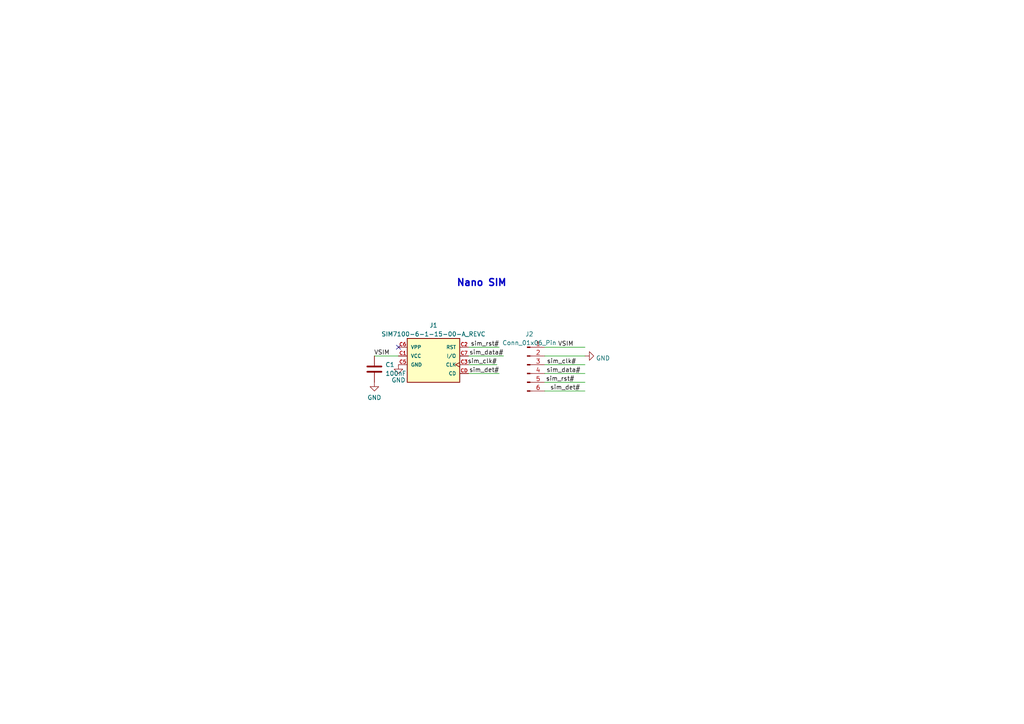
<source format=kicad_sch>
(kicad_sch (version 20230121) (generator eeschema)
  (paper "A4")
  (lib_symbols
    (symbol "Connector:Conn_01x06_Pin" (pin_names (offset 1.016) hide)
      (property "Reference" "J" (at 0 7.62 0))
      (property "Value" "Conn_01x06_Pin" (at 0 -10.16 0))
      (symbol "Conn_01x06_Pin_1_1"
        (polyline (pts (xy 1.27 -7.62) (xy 0.8636 -7.62)) (stroke (width 0.1524)))
        (polyline (pts (xy 1.27 -5.08) (xy 0.8636 -5.08)) (stroke (width 0.1524)))
        (polyline (pts (xy 1.27 -2.54) (xy 0.8636 -2.54)) (stroke (width 0.1524)))
        (polyline (pts (xy 1.27 0) (xy 0.8636 0)) (stroke (width 0.1524)))
        (polyline (pts (xy 1.27 2.54) (xy 0.8636 2.54)) (stroke (width 0.1524)))
        (polyline (pts (xy 1.27 5.08) (xy 0.8636 5.08)) (stroke (width 0.1524)))
        (rectangle (start 0.8636 -7.493) (end 0 -7.747) (stroke (width 0.1524)) (fill (type outline)))
        (rectangle (start 0.8636 -4.953) (end 0 -5.207) (stroke (width 0.1524)) (fill (type outline)))
        (rectangle (start 0.8636 -2.413) (end 0 -2.667) (stroke (width 0.1524)) (fill (type outline)))
        (rectangle (start 0.8636 0.127) (end 0 -0.127) (stroke (width 0.1524)) (fill (type outline)))
        (rectangle (start 0.8636 2.667) (end 0 2.413) (stroke (width 0.1524)) (fill (type outline)))
        (rectangle (start 0.8636 5.207) (end 0 4.953) (stroke (width 0.1524)) (fill (type outline)))
        (pin passive line (at 5.08 5.08 180) (length 3.81) (name "Pin_1") (number "1"))
        (pin passive line (at 5.08 2.54 180) (length 3.81) (name "Pin_2") (number "2"))
        (pin passive line (at 5.08 0 180) (length 3.81) (name "Pin_3") (number "3"))
        (pin passive line (at 5.08 -2.54 180) (length 3.81) (name "Pin_4") (number "4"))
        (pin passive line (at 5.08 -5.08 180) (length 3.81) (name "Pin_5") (number "5"))
        (pin passive line (at 5.08 -7.62 180) (length 3.81) (name "Pin_6") (number "6"))
      )
    )
    (symbol "ph_lib:C0805" (pin_numbers hide) (pin_names (offset 0.254))
      (property "Reference" "C" (at 0.635 2.54 0))
      (property "Value" "C0805" (at 0.635 -2.54 0))
      (symbol "C0805_0_1"
        (polyline (pts (xy -2.032 -0.762) (xy 2.032 -0.762)) (stroke (width 0.508)))
        (polyline (pts (xy -2.032 0.762) (xy 2.032 0.762)) (stroke (width 0.508)))
      )
      (symbol "C0805_1_1"
        (pin passive line (at 0 3.81 270) (length 2.794) (name "~") (number "1"))
        (pin passive line (at 0 -3.81 90) (length 2.794) (name "~") (number "2"))
      )
    )
    (symbol "power:GND" (power) (pin_names (offset 0))
      (property "Value" "GND" (at 0 -3.81 0))
      (symbol "GND_0_1"
        (polyline (pts (xy 0 0) (xy 0 -1.27) (xy 1.27 -1.27) (xy 0 -2.54) (xy -1.27 -1.27) (xy 0 -1.27)))
      )
      (symbol "GND_1_1"
        (pin power_in line (at 0 0 270) (length 0) hide (name "GND") (number "1"))
      )
    )
    (symbol "simcard:SIM7100-6-1-15-00-A_REVC" (pin_names (offset 1.016))
      (property "Reference" "J" (at -7.62 5.588 0))
      (property "Value" "SIM7100-6-1-15-00-A_REVC" (at -7.62 -10.1854 0))
      (symbol "SIM7100-6-1-15-00-A_REVC_0_0"
        (rectangle (start -7.62 -7.62) (end 7.62 5.08) (stroke (width 0.254)) (fill (type background)))
        (pin power_in line (at 10.16 -2.54 180) (length 2.54) hide (name "GND") (number "1"))
        (pin power_in line (at 10.16 0 180) (length 2.54) (name "VCC") (number "C1"))
        (pin input line (at -10.16 2.54 0) (length 2.54) (name "RST") (number "C2"))
        (pin bidirectional clock (at -10.16 -2.54 0) (length 2.54) (name "CLK") (number "C3"))
        (pin power_in line (at 10.16 -2.54 180) (length 2.54) (name "GND") (number "C5"))
        (pin power_in line (at 10.16 2.54 180) (length 2.54) (name "VPP") (number "C6"))
        (pin bidirectional line (at -10.16 0 0) (length 2.54) (name "I/O") (number "C7"))
        (pin passive line (at -10.16 -5.08 0) (length 2.54) (name "CD") (number "CD"))
      )
    )
  )
  (no_connect (at 115.57 100.711))
  (wire (pts (xy 135.89 105.791) (xy 144.145 105.791)))
  (wire (pts (xy 157.988 113.411) (xy 169.672 113.411)))
  (wire (pts (xy 157.988 108.331) (xy 169.672 108.331)))
  (wire (pts (xy 157.988 105.791) (xy 169.672 105.791)))
  (wire (pts (xy 157.988 103.251) (xy 169.672 103.251)))
  (wire (pts (xy 157.988 110.871) (xy 169.672 110.871)))
  (wire (pts (xy 108.585 103.251) (xy 115.57 103.251)))
  (wire (pts (xy 135.89 100.711) (xy 144.78 100.711)))
  (wire (pts (xy 135.89 108.331) (xy 144.78 108.331)))
  (wire (pts (xy 157.988 100.711) (xy 169.672 100.711)))
  (wire (pts (xy 135.89 103.251) (xy 146.05 103.251)))
  (text "Nano SIM" (at 132.334 83.312 0) (effects (font (size 2 2) (thickness 0.4) bold) (justify left bottom)))
  (label "sim_clk#" (at 167.132 105.791 180))
  (label "sim_det#" (at 168.275 113.411 180))
  (label "sim_data#" (at 146.05 103.251 180))
  (label "sim_clk#" (at 144.145 105.791 180))
  (label "sim_rst#" (at 144.78 100.711 180))
  (label "sim_det#" (at 144.78 108.331 180))
  (label "VSIM" (at 113.03 103.251 180))
  (label "sim_rst#" (at 166.624 110.871 180))
  (label "VSIM" (at 166.37 100.711 180))
  (label "sim_data#" (at 168.402 108.331 180))
  (symbol (lib_id "power:GND") (at 169.672 103.251 90) (unit 1)
    (property "Reference" "#PWR03" (effects hide))
    (property "Value" "GND" (at 172.847 103.886 90) (effects (justify right)))
  )
  (symbol (lib_id "power:GND") (at 108.585 110.871 0) (unit 1)
    (property "Reference" "#PWR01" (effects hide))
    (property "Value" "GND" (at 108.585 115.316 0))
  )
  (symbol (lib_id "power:GND") (at 115.57 105.791 0) (unit 1)
    (property "Reference" "#PWR02" (effects hide))
    (property "Value" "GND" (at 115.57 110.236 0))
  )
  (symbol (lib_id "simcard:SIM7100-6-1-15-00-A_REVC") (at 125.73 103.251 0) (mirror y) (unit 1)
    (property "Reference" "J1" (at 125.73 94.361 0))
    (property "Value" "SIM7100-6-1-15-00-A_REVC" (at 125.73 96.901 0))
    (property "Footprint" "Lib_Hien:microSIM_Card" (effects hide))
    (property "STANDARD" "Manufacturer Recommendations" (effects hide))
    (property "MAXIMUM_PACKAGE_HEIGHT" "1.5mm" (effects hide))
    (property "MANUFACTURER" "Global Connector Technology" (effects hide))
    (property "PARTREV" "C" (effects hide))
  )
  (symbol (lib_id "Connector:Conn_01x06_Pin") (at 152.908 105.791 0) (unit 1)
    (property "Reference" "J2" (at 153.543 96.901 0))
    (property "Value" "Conn_01x06_Pin" (at 153.543 99.441 0))
    (property "Footprint" "Connector_PinHeader_1.27mm:PinHeader_1x06_P1.27mm_Horizontal" (effects hide))
  )
  (symbol (lib_id "ph_lib:C0805") (at 108.585 107.061 0) (unit 1)
    (property "Reference" "C1" (at 111.76 105.7909 0) (effects (justify left)))
    (property "Value" "100nF" (at 111.76 108.3309 0) (effects (justify left)))
    (property "Footprint" "Capacitor_SMD:C_0805_2012Metric" (effects hide))
    (property "Desc" "Capacitor SMD Ceramic 0805" (effects hide))
    (property "Link" "http://www.dientuachau.com/ceramic-0805" (effects hide))
  )
)
</source>
